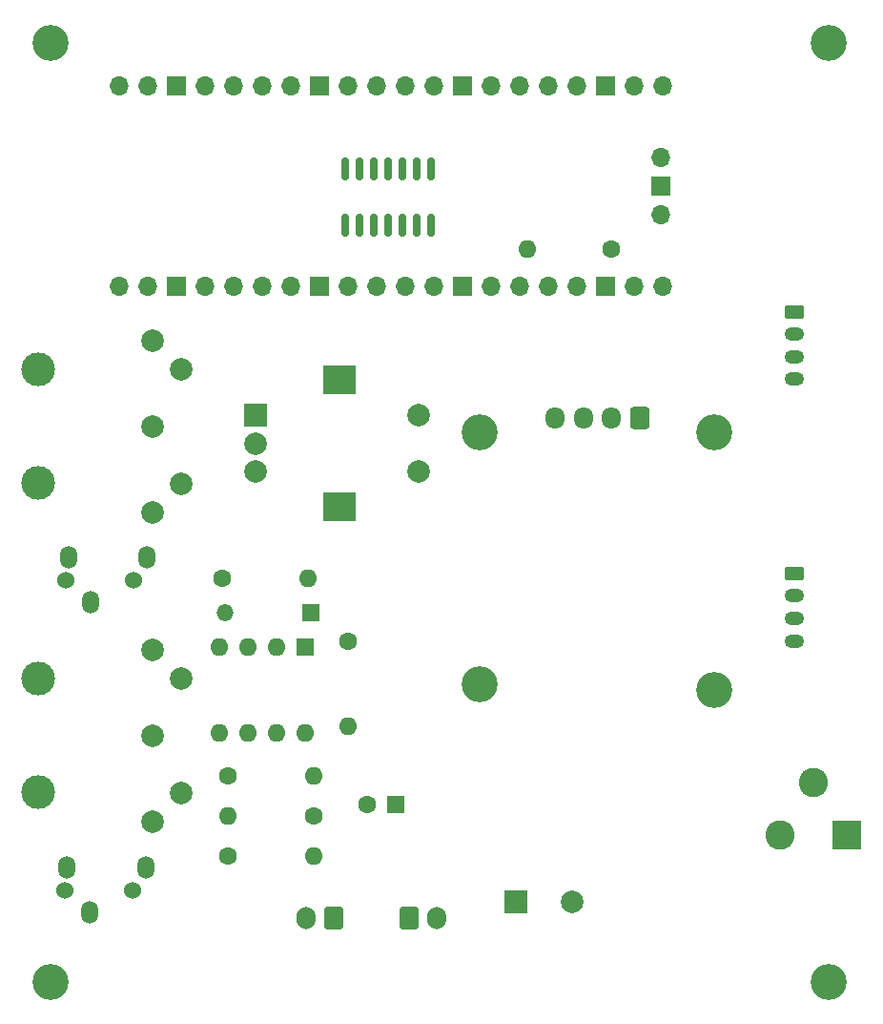
<source format=gbr>
%TF.GenerationSoftware,KiCad,Pcbnew,6.0.11+dfsg-1~bpo11+1*%
%TF.CreationDate,2025-04-08T23:08:16+02:00*%
%TF.ProjectId,v1,76312e6b-6963-4616-945f-706362585858,rev?*%
%TF.SameCoordinates,Original*%
%TF.FileFunction,Soldermask,Top*%
%TF.FilePolarity,Negative*%
%FSLAX46Y46*%
G04 Gerber Fmt 4.6, Leading zero omitted, Abs format (unit mm)*
G04 Created by KiCad (PCBNEW 6.0.11+dfsg-1~bpo11+1) date 2025-04-08 23:08:16*
%MOMM*%
%LPD*%
G01*
G04 APERTURE LIST*
G04 Aperture macros list*
%AMRoundRect*
0 Rectangle with rounded corners*
0 $1 Rounding radius*
0 $2 $3 $4 $5 $6 $7 $8 $9 X,Y pos of 4 corners*
0 Add a 4 corners polygon primitive as box body*
4,1,4,$2,$3,$4,$5,$6,$7,$8,$9,$2,$3,0*
0 Add four circle primitives for the rounded corners*
1,1,$1+$1,$2,$3*
1,1,$1+$1,$4,$5*
1,1,$1+$1,$6,$7*
1,1,$1+$1,$8,$9*
0 Add four rect primitives between the rounded corners*
20,1,$1+$1,$2,$3,$4,$5,0*
20,1,$1+$1,$4,$5,$6,$7,0*
20,1,$1+$1,$6,$7,$8,$9,0*
20,1,$1+$1,$8,$9,$2,$3,0*%
G04 Aperture macros list end*
%ADD10C,1.600000*%
%ADD11O,1.600000X1.600000*%
%ADD12R,1.500000X1.500000*%
%ADD13O,1.500000X1.500000*%
%ADD14C,3.200000*%
%ADD15R,1.600000X1.600000*%
%ADD16R,2.000000X2.000000*%
%ADD17C,2.000000*%
%ADD18R,3.000000X2.500000*%
%ADD19RoundRect,0.250000X-0.600000X-0.750000X0.600000X-0.750000X0.600000X0.750000X-0.600000X0.750000X0*%
%ADD20O,1.700000X2.000000*%
%ADD21RoundRect,0.250000X0.600000X0.725000X-0.600000X0.725000X-0.600000X-0.725000X0.600000X-0.725000X0*%
%ADD22O,1.700000X1.950000*%
%ADD23RoundRect,0.150000X-0.150000X0.825000X-0.150000X-0.825000X0.150000X-0.825000X0.150000X0.825000X0*%
%ADD24O,1.700000X1.700000*%
%ADD25R,1.700000X1.700000*%
%ADD26RoundRect,0.250000X-0.625000X0.350000X-0.625000X-0.350000X0.625000X-0.350000X0.625000X0.350000X0*%
%ADD27O,1.750000X1.200000*%
%ADD28C,3.000000*%
%ADD29C,1.524000*%
%ADD30O,1.500000X2.000000*%
%ADD31R,2.600000X2.600000*%
%ADD32C,2.600000*%
%ADD33RoundRect,0.250000X0.600000X0.750000X-0.600000X0.750000X-0.600000X-0.750000X0.600000X-0.750000X0*%
G04 APERTURE END LIST*
D10*
%TO.C,R2*%
X109220000Y-89662000D03*
D11*
X116840000Y-89662000D03*
%TD*%
D10*
%TO.C,R1*%
X109728000Y-107188000D03*
D11*
X117348000Y-107188000D03*
%TD*%
D10*
%TO.C,C2*%
X120396000Y-95310000D03*
D11*
X120396000Y-102810000D03*
%TD*%
D10*
%TO.C,C4*%
X143764000Y-60452000D03*
D11*
X136264000Y-60452000D03*
%TD*%
D12*
%TO.C,D1*%
X117094000Y-92710000D03*
D13*
X109474000Y-92710000D03*
%TD*%
D10*
%TO.C,R4*%
X117348000Y-110744000D03*
D11*
X109728000Y-110744000D03*
%TD*%
D10*
%TO.C,R3*%
X109728000Y-114300000D03*
D11*
X117348000Y-114300000D03*
%TD*%
D14*
%TO.C,H3*%
X152908000Y-99568000D03*
%TD*%
D15*
%TO.C,U2*%
X116576000Y-95768000D03*
D11*
X114036000Y-95768000D03*
X111496000Y-95768000D03*
X108956000Y-95768000D03*
X108956000Y-103388000D03*
X111496000Y-103388000D03*
X114036000Y-103388000D03*
X116576000Y-103388000D03*
%TD*%
D14*
%TO.C,H8*%
X132080000Y-76708000D03*
%TD*%
%TO.C,H6*%
X132080000Y-99060000D03*
%TD*%
D16*
%TO.C,SW1*%
X112130000Y-75224000D03*
D17*
X112130000Y-80224000D03*
X112130000Y-77724000D03*
D18*
X119630000Y-83324000D03*
X119630000Y-72124000D03*
D17*
X126630000Y-75224000D03*
X126630000Y-80224000D03*
%TD*%
D14*
%TO.C,H7*%
X163068000Y-125476000D03*
%TD*%
%TO.C,H2*%
X163068000Y-42164000D03*
%TD*%
D16*
%TO.C,C3*%
X135300300Y-118364000D03*
D17*
X140300300Y-118364000D03*
%TD*%
D19*
%TO.C,J9*%
X125750000Y-119871000D03*
D20*
X128250000Y-119871000D03*
%TD*%
D15*
%TO.C,C1*%
X124605400Y-109728000D03*
D10*
X122105400Y-109728000D03*
%TD*%
D14*
%TO.C,H1*%
X152908000Y-76708000D03*
%TD*%
D21*
%TO.C,J5*%
X146244000Y-75484000D03*
D22*
X143744000Y-75484000D03*
X141244000Y-75484000D03*
X138744000Y-75484000D03*
%TD*%
D14*
%TO.C,H4*%
X93980000Y-125476000D03*
%TD*%
%TO.C,H5*%
X93980000Y-42164000D03*
%TD*%
D23*
%TO.C,U3*%
X127762000Y-53405000D03*
X126492000Y-53405000D03*
X125222000Y-53405000D03*
X123952000Y-53405000D03*
X122682000Y-53405000D03*
X121412000Y-53405000D03*
X120142000Y-53405000D03*
X120142000Y-58355000D03*
X121412000Y-58355000D03*
X122682000Y-58355000D03*
X123952000Y-58355000D03*
X125222000Y-58355000D03*
X126492000Y-58355000D03*
X127762000Y-58355000D03*
%TD*%
D24*
%TO.C,U1*%
X100076000Y-63754000D03*
X102616000Y-63754000D03*
D25*
X105156000Y-63754000D03*
D24*
X107696000Y-63754000D03*
X110236000Y-63754000D03*
X112776000Y-63754000D03*
X115316000Y-63754000D03*
D25*
X117856000Y-63754000D03*
D24*
X120396000Y-63754000D03*
X122936000Y-63754000D03*
X125476000Y-63754000D03*
X128016000Y-63754000D03*
D25*
X130556000Y-63754000D03*
D24*
X133096000Y-63754000D03*
X135636000Y-63754000D03*
X138176000Y-63754000D03*
X140716000Y-63754000D03*
D25*
X143256000Y-63754000D03*
D24*
X145796000Y-63754000D03*
X148336000Y-63754000D03*
X148336000Y-45974000D03*
X145796000Y-45974000D03*
D25*
X143256000Y-45974000D03*
D24*
X140716000Y-45974000D03*
X138176000Y-45974000D03*
X135636000Y-45974000D03*
X133096000Y-45974000D03*
D25*
X130556000Y-45974000D03*
D24*
X128016000Y-45974000D03*
X125476000Y-45974000D03*
X122936000Y-45974000D03*
X120396000Y-45974000D03*
D25*
X117856000Y-45974000D03*
D24*
X115316000Y-45974000D03*
X112776000Y-45974000D03*
X110236000Y-45974000D03*
X107696000Y-45974000D03*
D25*
X105156000Y-45974000D03*
D24*
X102616000Y-45974000D03*
X100076000Y-45974000D03*
X148106000Y-57404000D03*
D25*
X148106000Y-54864000D03*
D24*
X148106000Y-52324000D03*
%TD*%
D26*
%TO.C,J6*%
X160020000Y-66040000D03*
D27*
X160020000Y-68040000D03*
X160020000Y-70040000D03*
X160020000Y-72040000D03*
%TD*%
D26*
%TO.C,J7*%
X160020000Y-89250000D03*
D27*
X160020000Y-91250000D03*
X160020000Y-93250000D03*
X160020000Y-95250000D03*
%TD*%
D17*
%TO.C,J2*%
X102997000Y-68580000D03*
X102997000Y-76200000D03*
X102997000Y-83820000D03*
X105537000Y-71120000D03*
X105537000Y-81280000D03*
D28*
X92837000Y-81200000D03*
X92837000Y-71200000D03*
%TD*%
D17*
%TO.C,J3*%
X102997000Y-96012000D03*
X102997000Y-103632000D03*
X102997000Y-111252000D03*
X105537000Y-98552000D03*
X105537000Y-108712000D03*
D28*
X92837000Y-108632000D03*
X92837000Y-98632000D03*
%TD*%
D29*
%TO.C,J4*%
X101220000Y-117348000D03*
X95220000Y-117348000D03*
D30*
X97420000Y-119348000D03*
X95420000Y-115348000D03*
X102420000Y-115348000D03*
%TD*%
D31*
%TO.C,J8*%
X164696000Y-112510000D03*
D32*
X158696000Y-112510000D03*
X161696000Y-107810000D03*
%TD*%
D29*
%TO.C,J1*%
X95333000Y-89858500D03*
X101333000Y-89858500D03*
D30*
X97533000Y-91858500D03*
X95533000Y-87858500D03*
X102533000Y-87858500D03*
%TD*%
D33*
%TO.C,J10*%
X119106000Y-119871000D03*
D20*
X116606000Y-119871000D03*
%TD*%
M02*

</source>
